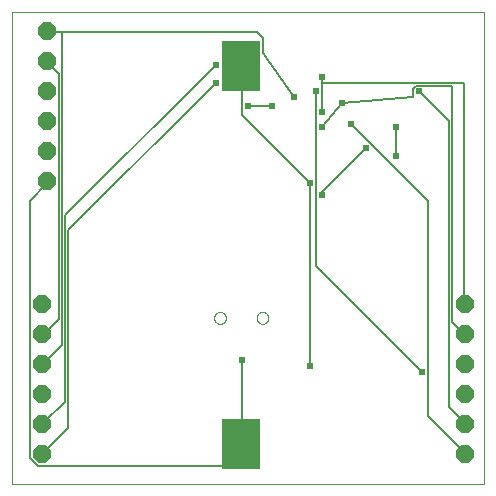
<source format=gbl>
G75*
%MOIN*%
%OFA0B0*%
%FSLAX25Y25*%
%IPPOS*%
%LPD*%
%AMOC8*
5,1,8,0,0,1.08239X$1,22.5*
%
%ADD10C,0.00000*%
%ADD11OC8,0.06000*%
%ADD12R,0.12800X0.17000*%
%ADD13C,0.00500*%
%ADD14C,0.02400*%
D10*
X0004867Y0001000D02*
X0004867Y0158480D01*
X0162347Y0158480D01*
X0162347Y0001000D01*
X0004867Y0001000D01*
X0072307Y0056433D02*
X0072309Y0056521D01*
X0072315Y0056609D01*
X0072325Y0056697D01*
X0072339Y0056785D01*
X0072356Y0056871D01*
X0072378Y0056957D01*
X0072403Y0057041D01*
X0072433Y0057125D01*
X0072465Y0057207D01*
X0072502Y0057287D01*
X0072542Y0057366D01*
X0072586Y0057443D01*
X0072633Y0057518D01*
X0072683Y0057590D01*
X0072737Y0057661D01*
X0072793Y0057728D01*
X0072853Y0057794D01*
X0072915Y0057856D01*
X0072981Y0057916D01*
X0073048Y0057972D01*
X0073119Y0058026D01*
X0073191Y0058076D01*
X0073266Y0058123D01*
X0073343Y0058167D01*
X0073422Y0058207D01*
X0073502Y0058244D01*
X0073584Y0058276D01*
X0073668Y0058306D01*
X0073752Y0058331D01*
X0073838Y0058353D01*
X0073924Y0058370D01*
X0074012Y0058384D01*
X0074100Y0058394D01*
X0074188Y0058400D01*
X0074276Y0058402D01*
X0074364Y0058400D01*
X0074452Y0058394D01*
X0074540Y0058384D01*
X0074628Y0058370D01*
X0074714Y0058353D01*
X0074800Y0058331D01*
X0074884Y0058306D01*
X0074968Y0058276D01*
X0075050Y0058244D01*
X0075130Y0058207D01*
X0075209Y0058167D01*
X0075286Y0058123D01*
X0075361Y0058076D01*
X0075433Y0058026D01*
X0075504Y0057972D01*
X0075571Y0057916D01*
X0075637Y0057856D01*
X0075699Y0057794D01*
X0075759Y0057728D01*
X0075815Y0057661D01*
X0075869Y0057590D01*
X0075919Y0057518D01*
X0075966Y0057443D01*
X0076010Y0057366D01*
X0076050Y0057287D01*
X0076087Y0057207D01*
X0076119Y0057125D01*
X0076149Y0057041D01*
X0076174Y0056957D01*
X0076196Y0056871D01*
X0076213Y0056785D01*
X0076227Y0056697D01*
X0076237Y0056609D01*
X0076243Y0056521D01*
X0076245Y0056433D01*
X0076243Y0056345D01*
X0076237Y0056257D01*
X0076227Y0056169D01*
X0076213Y0056081D01*
X0076196Y0055995D01*
X0076174Y0055909D01*
X0076149Y0055825D01*
X0076119Y0055741D01*
X0076087Y0055659D01*
X0076050Y0055579D01*
X0076010Y0055500D01*
X0075966Y0055423D01*
X0075919Y0055348D01*
X0075869Y0055276D01*
X0075815Y0055205D01*
X0075759Y0055138D01*
X0075699Y0055072D01*
X0075637Y0055010D01*
X0075571Y0054950D01*
X0075504Y0054894D01*
X0075433Y0054840D01*
X0075361Y0054790D01*
X0075286Y0054743D01*
X0075209Y0054699D01*
X0075130Y0054659D01*
X0075050Y0054622D01*
X0074968Y0054590D01*
X0074884Y0054560D01*
X0074800Y0054535D01*
X0074714Y0054513D01*
X0074628Y0054496D01*
X0074540Y0054482D01*
X0074452Y0054472D01*
X0074364Y0054466D01*
X0074276Y0054464D01*
X0074188Y0054466D01*
X0074100Y0054472D01*
X0074012Y0054482D01*
X0073924Y0054496D01*
X0073838Y0054513D01*
X0073752Y0054535D01*
X0073668Y0054560D01*
X0073584Y0054590D01*
X0073502Y0054622D01*
X0073422Y0054659D01*
X0073343Y0054699D01*
X0073266Y0054743D01*
X0073191Y0054790D01*
X0073119Y0054840D01*
X0073048Y0054894D01*
X0072981Y0054950D01*
X0072915Y0055010D01*
X0072853Y0055072D01*
X0072793Y0055138D01*
X0072737Y0055205D01*
X0072683Y0055276D01*
X0072633Y0055348D01*
X0072586Y0055423D01*
X0072542Y0055500D01*
X0072502Y0055579D01*
X0072465Y0055659D01*
X0072433Y0055741D01*
X0072403Y0055825D01*
X0072378Y0055909D01*
X0072356Y0055995D01*
X0072339Y0056081D01*
X0072325Y0056169D01*
X0072315Y0056257D01*
X0072309Y0056345D01*
X0072307Y0056433D01*
X0086480Y0056433D02*
X0086482Y0056521D01*
X0086488Y0056609D01*
X0086498Y0056697D01*
X0086512Y0056785D01*
X0086529Y0056871D01*
X0086551Y0056957D01*
X0086576Y0057041D01*
X0086606Y0057125D01*
X0086638Y0057207D01*
X0086675Y0057287D01*
X0086715Y0057366D01*
X0086759Y0057443D01*
X0086806Y0057518D01*
X0086856Y0057590D01*
X0086910Y0057661D01*
X0086966Y0057728D01*
X0087026Y0057794D01*
X0087088Y0057856D01*
X0087154Y0057916D01*
X0087221Y0057972D01*
X0087292Y0058026D01*
X0087364Y0058076D01*
X0087439Y0058123D01*
X0087516Y0058167D01*
X0087595Y0058207D01*
X0087675Y0058244D01*
X0087757Y0058276D01*
X0087841Y0058306D01*
X0087925Y0058331D01*
X0088011Y0058353D01*
X0088097Y0058370D01*
X0088185Y0058384D01*
X0088273Y0058394D01*
X0088361Y0058400D01*
X0088449Y0058402D01*
X0088537Y0058400D01*
X0088625Y0058394D01*
X0088713Y0058384D01*
X0088801Y0058370D01*
X0088887Y0058353D01*
X0088973Y0058331D01*
X0089057Y0058306D01*
X0089141Y0058276D01*
X0089223Y0058244D01*
X0089303Y0058207D01*
X0089382Y0058167D01*
X0089459Y0058123D01*
X0089534Y0058076D01*
X0089606Y0058026D01*
X0089677Y0057972D01*
X0089744Y0057916D01*
X0089810Y0057856D01*
X0089872Y0057794D01*
X0089932Y0057728D01*
X0089988Y0057661D01*
X0090042Y0057590D01*
X0090092Y0057518D01*
X0090139Y0057443D01*
X0090183Y0057366D01*
X0090223Y0057287D01*
X0090260Y0057207D01*
X0090292Y0057125D01*
X0090322Y0057041D01*
X0090347Y0056957D01*
X0090369Y0056871D01*
X0090386Y0056785D01*
X0090400Y0056697D01*
X0090410Y0056609D01*
X0090416Y0056521D01*
X0090418Y0056433D01*
X0090416Y0056345D01*
X0090410Y0056257D01*
X0090400Y0056169D01*
X0090386Y0056081D01*
X0090369Y0055995D01*
X0090347Y0055909D01*
X0090322Y0055825D01*
X0090292Y0055741D01*
X0090260Y0055659D01*
X0090223Y0055579D01*
X0090183Y0055500D01*
X0090139Y0055423D01*
X0090092Y0055348D01*
X0090042Y0055276D01*
X0089988Y0055205D01*
X0089932Y0055138D01*
X0089872Y0055072D01*
X0089810Y0055010D01*
X0089744Y0054950D01*
X0089677Y0054894D01*
X0089606Y0054840D01*
X0089534Y0054790D01*
X0089459Y0054743D01*
X0089382Y0054699D01*
X0089303Y0054659D01*
X0089223Y0054622D01*
X0089141Y0054590D01*
X0089057Y0054560D01*
X0088973Y0054535D01*
X0088887Y0054513D01*
X0088801Y0054496D01*
X0088713Y0054482D01*
X0088625Y0054472D01*
X0088537Y0054466D01*
X0088449Y0054464D01*
X0088361Y0054466D01*
X0088273Y0054472D01*
X0088185Y0054482D01*
X0088097Y0054496D01*
X0088011Y0054513D01*
X0087925Y0054535D01*
X0087841Y0054560D01*
X0087757Y0054590D01*
X0087675Y0054622D01*
X0087595Y0054659D01*
X0087516Y0054699D01*
X0087439Y0054743D01*
X0087364Y0054790D01*
X0087292Y0054840D01*
X0087221Y0054894D01*
X0087154Y0054950D01*
X0087088Y0055010D01*
X0087026Y0055072D01*
X0086966Y0055138D01*
X0086910Y0055205D01*
X0086856Y0055276D01*
X0086806Y0055348D01*
X0086759Y0055423D01*
X0086715Y0055500D01*
X0086675Y0055579D01*
X0086638Y0055659D01*
X0086606Y0055741D01*
X0086576Y0055825D01*
X0086551Y0055909D01*
X0086529Y0055995D01*
X0086512Y0056081D01*
X0086498Y0056169D01*
X0086488Y0056257D01*
X0086482Y0056345D01*
X0086480Y0056433D01*
D11*
X0016678Y0101984D03*
X0016678Y0111984D03*
X0016678Y0121984D03*
X0016678Y0131984D03*
X0016678Y0141984D03*
X0016678Y0151984D03*
X0014867Y0061000D03*
X0014867Y0051000D03*
X0014867Y0041000D03*
X0014867Y0031000D03*
X0014867Y0021000D03*
X0014867Y0011000D03*
X0156048Y0011000D03*
X0156048Y0021000D03*
X0156048Y0031000D03*
X0156048Y0041000D03*
X0156048Y0051000D03*
X0156048Y0061000D03*
D12*
X0081245Y0014386D03*
X0081245Y0140370D03*
D13*
X0081638Y0139780D01*
X0081638Y0124031D01*
X0104276Y0101394D01*
X0104276Y0040370D01*
X0081638Y0042339D02*
X0081638Y0014780D01*
X0081245Y0014386D01*
X0080654Y0013795D01*
X0080654Y0006906D01*
X0013725Y0006906D01*
X0010772Y0009858D01*
X0010772Y0095488D01*
X0016678Y0101394D01*
X0016678Y0101984D01*
X0022583Y0090567D02*
X0022583Y0028559D01*
X0015693Y0021669D01*
X0014867Y0021000D01*
X0023567Y0019701D02*
X0014867Y0011000D01*
X0023567Y0019701D02*
X0023567Y0085646D01*
X0072780Y0134858D01*
X0072780Y0140764D02*
X0022583Y0090567D01*
X0020615Y0056118D02*
X0020615Y0137811D01*
X0016678Y0141748D01*
X0016678Y0141984D01*
X0016678Y0151591D02*
X0016678Y0151984D01*
X0016678Y0151591D02*
X0021599Y0151591D01*
X0021599Y0047260D01*
X0015693Y0041354D01*
X0014867Y0041000D01*
X0014867Y0051000D02*
X0015693Y0051197D01*
X0020615Y0056118D01*
X0083607Y0126984D02*
X0091481Y0126984D01*
X0098961Y0129937D02*
X0088528Y0144701D01*
X0088528Y0149622D01*
X0086560Y0151591D01*
X0021599Y0151591D01*
X0106245Y0131906D02*
X0106245Y0073835D01*
X0141678Y0038402D01*
X0150536Y0026591D02*
X0155457Y0021669D01*
X0156048Y0021000D01*
X0150536Y0026591D02*
X0150536Y0122063D01*
X0140693Y0131906D01*
X0139709Y0133874D02*
X0151520Y0133874D01*
X0151520Y0055134D01*
X0155457Y0051197D01*
X0156048Y0051000D01*
X0156048Y0061000D02*
X0155457Y0061039D01*
X0155457Y0134858D01*
X0108213Y0134858D01*
X0108213Y0125016D01*
X0108213Y0120094D02*
X0114906Y0127969D01*
X0138725Y0129937D01*
X0138725Y0132890D01*
X0139709Y0133874D01*
X0132819Y0120094D02*
X0132819Y0110252D01*
X0122977Y0113205D02*
X0108213Y0098441D01*
X0108213Y0097457D01*
X0118056Y0121079D02*
X0143646Y0095488D01*
X0143646Y0023638D01*
X0155457Y0011827D01*
X0156048Y0011000D01*
X0108213Y0134858D02*
X0108213Y0136827D01*
D14*
X0108213Y0136827D03*
X0106245Y0131906D03*
X0108213Y0125016D03*
X0108213Y0120094D03*
X0114906Y0127969D03*
X0118056Y0121079D03*
X0122977Y0113205D03*
X0132819Y0110252D03*
X0132819Y0120094D03*
X0140693Y0131906D03*
X0108213Y0097457D03*
X0104276Y0101394D03*
X0091481Y0126984D03*
X0098961Y0129937D03*
X0083607Y0126984D03*
X0072780Y0134858D03*
X0072780Y0140764D03*
X0081638Y0042339D03*
X0104276Y0040370D03*
X0141678Y0038402D03*
M02*

</source>
